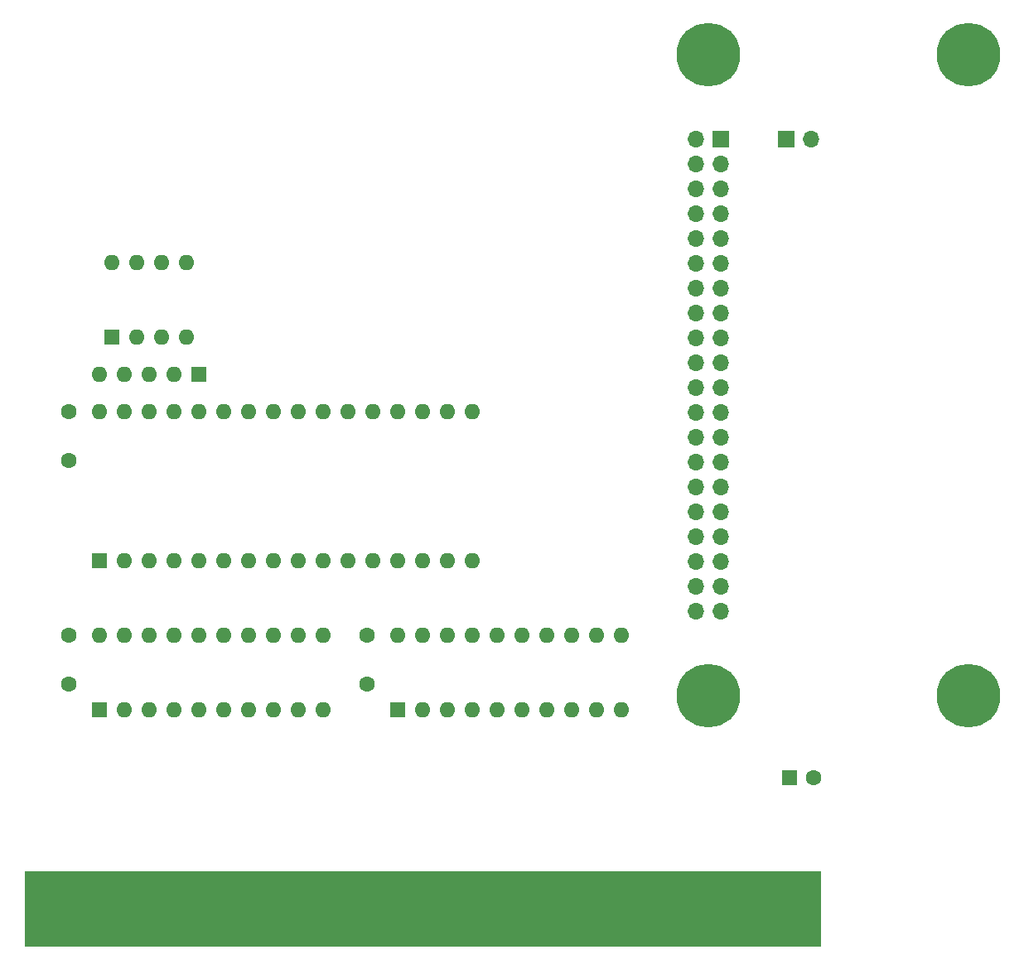
<source format=gts>
%TF.GenerationSoftware,KiCad,Pcbnew,(5.1.9)-1*%
%TF.CreationDate,2021-03-05T21:37:25+08:00*%
%TF.ProjectId,CF-Super-Lite,43462d53-7570-4657-922d-4c6974652e6b,rev?*%
%TF.SameCoordinates,Original*%
%TF.FileFunction,Soldermask,Top*%
%TF.FilePolarity,Negative*%
%FSLAX46Y46*%
G04 Gerber Fmt 4.6, Leading zero omitted, Abs format (unit mm)*
G04 Created by KiCad (PCBNEW (5.1.9)-1) date 2021-03-05 21:37:25*
%MOMM*%
%LPD*%
G01*
G04 APERTURE LIST*
%ADD10C,0.100000*%
%ADD11O,1.700000X1.700000*%
%ADD12R,1.700000X1.700000*%
%ADD13O,1.600000X1.600000*%
%ADD14R,1.600000X1.600000*%
%ADD15C,6.500000*%
%ADD16C,1.600000*%
%ADD17R,1.780000X7.620000*%
G04 APERTURE END LIST*
D10*
G36*
X177800000Y-142240000D02*
G01*
X96520000Y-142240000D01*
X96520000Y-134620000D01*
X177800000Y-134620000D01*
X177800000Y-142240000D01*
G37*
X177800000Y-142240000D02*
X96520000Y-142240000D01*
X96520000Y-134620000D01*
X177800000Y-134620000D01*
X177800000Y-142240000D01*
D11*
%TO.C,J1*%
X165100000Y-108077000D03*
X167640000Y-108077000D03*
X165100000Y-105537000D03*
X167640000Y-105537000D03*
X165100000Y-102997000D03*
X167640000Y-102997000D03*
X165100000Y-100457000D03*
X167640000Y-100457000D03*
X165100000Y-97917000D03*
X167640000Y-97917000D03*
X165100000Y-95377000D03*
X167640000Y-95377000D03*
X165100000Y-92837000D03*
X167640000Y-92837000D03*
X165100000Y-90297000D03*
X167640000Y-90297000D03*
X165100000Y-87757000D03*
X167640000Y-87757000D03*
X165100000Y-85217000D03*
X167640000Y-85217000D03*
X165100000Y-82677000D03*
X167640000Y-82677000D03*
X165100000Y-80137000D03*
X167640000Y-80137000D03*
X165100000Y-77597000D03*
X167640000Y-77597000D03*
X165100000Y-75057000D03*
X167640000Y-75057000D03*
X165100000Y-72517000D03*
X167640000Y-72517000D03*
X165100000Y-69977000D03*
X167640000Y-69977000D03*
X165100000Y-67437000D03*
X167640000Y-67437000D03*
X165100000Y-64897000D03*
X167640000Y-64897000D03*
X165100000Y-62357000D03*
X167640000Y-62357000D03*
X165100000Y-59817000D03*
D12*
X167640000Y-59817000D03*
%TD*%
D11*
%TO.C,J2*%
X176871000Y-59817000D03*
D12*
X174331000Y-59817000D03*
%TD*%
D13*
%TO.C,SW1*%
X105410000Y-72390000D03*
X113030000Y-80010000D03*
X107950000Y-72390000D03*
X110490000Y-80010000D03*
X110490000Y-72390000D03*
X107950000Y-80010000D03*
X113030000Y-72390000D03*
D14*
X105410000Y-80010000D03*
%TD*%
D15*
%TO.C,MH4*%
X192913000Y-116713000D03*
%TD*%
D13*
%TO.C,RN1*%
X104140000Y-83820000D03*
X106680000Y-83820000D03*
X109220000Y-83820000D03*
X111760000Y-83820000D03*
D14*
X114300000Y-83820000D03*
%TD*%
D16*
%TO.C,C4*%
X177125000Y-125095000D03*
D14*
X174625000Y-125095000D03*
%TD*%
D16*
%TO.C,C3*%
X131445000Y-115490000D03*
X131445000Y-110490000D03*
%TD*%
%TO.C,C2*%
X100965000Y-115490000D03*
X100965000Y-110490000D03*
%TD*%
%TO.C,C1*%
X100965000Y-92630000D03*
X100965000Y-87630000D03*
%TD*%
D13*
%TO.C,U3*%
X104140000Y-110490000D03*
X127000000Y-118110000D03*
X106680000Y-110490000D03*
X124460000Y-118110000D03*
X109220000Y-110490000D03*
X121920000Y-118110000D03*
X111760000Y-110490000D03*
X119380000Y-118110000D03*
X114300000Y-110490000D03*
X116840000Y-118110000D03*
X116840000Y-110490000D03*
X114300000Y-118110000D03*
X119380000Y-110490000D03*
X111760000Y-118110000D03*
X121920000Y-110490000D03*
X109220000Y-118110000D03*
X124460000Y-110490000D03*
X106680000Y-118110000D03*
X127000000Y-110490000D03*
D14*
X104140000Y-118110000D03*
%TD*%
D13*
%TO.C,U2*%
X134620000Y-110490000D03*
X157480000Y-118110000D03*
X137160000Y-110490000D03*
X154940000Y-118110000D03*
X139700000Y-110490000D03*
X152400000Y-118110000D03*
X142240000Y-110490000D03*
X149860000Y-118110000D03*
X144780000Y-110490000D03*
X147320000Y-118110000D03*
X147320000Y-110490000D03*
X144780000Y-118110000D03*
X149860000Y-110490000D03*
X142240000Y-118110000D03*
X152400000Y-110490000D03*
X139700000Y-118110000D03*
X154940000Y-110490000D03*
X137160000Y-118110000D03*
X157480000Y-110490000D03*
D14*
X134620000Y-118110000D03*
%TD*%
D13*
%TO.C,U1*%
X104140000Y-87630000D03*
X142240000Y-102870000D03*
X106680000Y-87630000D03*
X139700000Y-102870000D03*
X109220000Y-87630000D03*
X137160000Y-102870000D03*
X111760000Y-87630000D03*
X134620000Y-102870000D03*
X114300000Y-87630000D03*
X132080000Y-102870000D03*
X116840000Y-87630000D03*
X129540000Y-102870000D03*
X119380000Y-87630000D03*
X127000000Y-102870000D03*
X121920000Y-87630000D03*
X124460000Y-102870000D03*
X124460000Y-87630000D03*
X121920000Y-102870000D03*
X127000000Y-87630000D03*
X119380000Y-102870000D03*
X129540000Y-87630000D03*
X116840000Y-102870000D03*
X132080000Y-87630000D03*
X114300000Y-102870000D03*
X134620000Y-87630000D03*
X111760000Y-102870000D03*
X137160000Y-87630000D03*
X109220000Y-102870000D03*
X139700000Y-87630000D03*
X106680000Y-102870000D03*
X142240000Y-87630000D03*
D14*
X104140000Y-102870000D03*
%TD*%
D15*
%TO.C,MH3*%
X166370000Y-116713000D03*
%TD*%
%TO.C,MH1*%
X166370000Y-51181000D03*
%TD*%
%TO.C,MH2*%
X192913000Y-51181000D03*
%TD*%
D17*
%TO.C,J3*%
X99060000Y-138430000D03*
X101600000Y-138430000D03*
X104140000Y-138430000D03*
X106680000Y-138430000D03*
X109220000Y-138430000D03*
X111760000Y-138430000D03*
X114300000Y-138430000D03*
X116840000Y-138430000D03*
X119380000Y-138430000D03*
X121920000Y-138430000D03*
X124460000Y-138430000D03*
X127000000Y-138430000D03*
X129540000Y-138430000D03*
X132080000Y-138430000D03*
X134620000Y-138430000D03*
X137160000Y-138430000D03*
X139700000Y-138430000D03*
X142240000Y-138430000D03*
X144780000Y-138430000D03*
X147320000Y-138430000D03*
X149860000Y-138430000D03*
X152400000Y-138430000D03*
X154940000Y-138430000D03*
X157480000Y-138430000D03*
X160020000Y-138430000D03*
X162560000Y-138430000D03*
X165100000Y-138430000D03*
X167640000Y-138430000D03*
X170180000Y-138430000D03*
X172720000Y-138430000D03*
X175260000Y-138430000D03*
%TD*%
M02*

</source>
